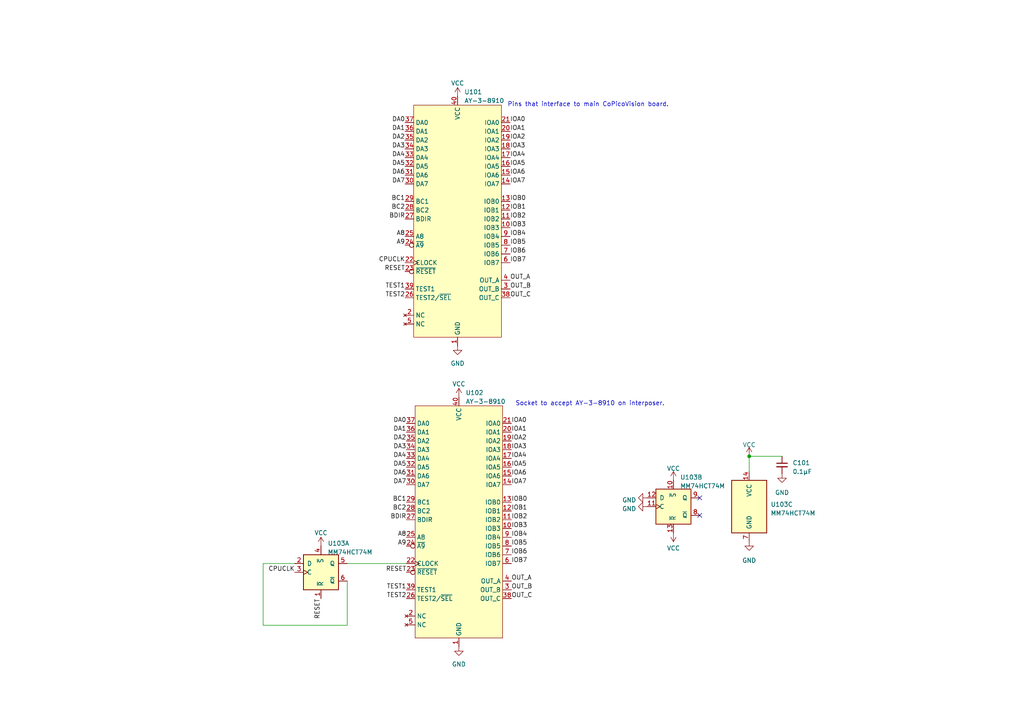
<source format=kicad_sch>
(kicad_sch (version 20230121) (generator eeschema)
  (paper "A4")
  (title_block (title "CoPicoVision AY-3-8910 clock fix interposer") (date "2024-12-31") (rev "1.0") (company "(c) 2024 Jason R. Thorpe.  See LICENSE."))
  (lib_symbols
    (symbol "74xx:74HC74" (pin_names (offset 1.016))
      (property "Reference" "U" (at -7.62 8.89 0))
      (property "Value" "74HC74" (at -7.62 -8.89 0))
      (symbol "74HC74_1_0"
        (pin input line (at 0 -7.62 90) (length 2.54) (name "~{R}") (number "1"))
        (pin input line (at -7.62 2.54 0) (length 2.54) (name "D") (number "2"))
        (pin input clock (at -7.62 0 0) (length 2.54) (name "C") (number "3"))
        (pin input line (at 0 7.62 270) (length 2.54) (name "~{S}") (number "4"))
        (pin output line (at 7.62 2.54 180) (length 2.54) (name "Q") (number "5"))
        (pin output line (at 7.62 -2.54 180) (length 2.54) (name "~{Q}") (number "6"))
      )
      (symbol "74HC74_1_1"
        (rectangle (start -5.08 5.08) (end 5.08 -5.08) (stroke (width 0.254)) (fill (type background)))
      )
      (symbol "74HC74_2_0"
        (pin input line (at 0 7.62 270) (length 2.54) (name "~{S}") (number "10"))
        (pin input clock (at -7.62 0 0) (length 2.54) (name "C") (number "11"))
        (pin input line (at -7.62 2.54 0) (length 2.54) (name "D") (number "12"))
        (pin input line (at 0 -7.62 90) (length 2.54) (name "~{R}") (number "13"))
        (pin output line (at 7.62 -2.54 180) (length 2.54) (name "~{Q}") (number "8"))
        (pin output line (at 7.62 2.54 180) (length 2.54) (name "Q") (number "9"))
      )
      (symbol "74HC74_2_1"
        (rectangle (start -5.08 5.08) (end 5.08 -5.08) (stroke (width 0.254)) (fill (type background)))
      )
      (symbol "74HC74_3_0"
        (pin power_in line (at 0 10.16 270) (length 2.54) (name "VCC") (number "14"))
        (pin power_in line (at 0 -10.16 90) (length 2.54) (name "GND") (number "7"))
      )
      (symbol "74HC74_3_1"
        (rectangle (start -5.08 7.62) (end 5.08 -7.62) (stroke (width 0.254)) (fill (type background)))
      )
    )
    (symbol "Device:C_Small" (pin_numbers hide) (pin_names (offset 0.254) hide)
      (property "Reference" "C" (at 0.254 1.778 0))
      (property "Value" "C_Small" (at 0.254 -2.032 0))
      (symbol "C_Small_0_1"
        (polyline (pts (xy -1.524 -0.508) (xy 1.524 -0.508)) (stroke (width 0.3302)))
        (polyline (pts (xy -1.524 0.508) (xy 1.524 0.508)) (stroke (width 0.3048)))
      )
      (symbol "C_Small_1_1"
        (pin passive line (at 0 2.54 270) (length 2.032) (name "~") (number "1"))
        (pin passive line (at 0 -2.54 90) (length 2.032) (name "~") (number "2"))
      )
    )
    (symbol "jrt-ICs:AY-3-8910"
      (property "Reference" "U" (at 8.89 7.62 0))
      (property "Value" "AY-3-8910" (at 8.89 5.08 0))
      (symbol "AY-3-8910_1_1"
        (rectangle (start -12.7 0) (end 12.7 -67.31) (fill (type background)))
        (pin power_in line (at 0 -69.85 90) (length 2.54) (name "GND") (number "1"))
        (pin bidirectional line (at 15.24 -35.56 180) (length 2.54) (name "IOB3") (number "10"))
        (pin bidirectional line (at 15.24 -33.02 180) (length 2.54) (name "IOB2") (number "11"))
        (pin bidirectional line (at 15.24 -30.48 180) (length 2.54) (name "IOB1") (number "12"))
        (pin bidirectional line (at 15.24 -27.94 180) (length 2.54) (name "IOB0") (number "13"))
        (pin bidirectional line (at 15.24 -22.86 180) (length 2.54) (name "IOA7") (number "14"))
        (pin bidirectional line (at 15.24 -20.32 180) (length 2.54) (name "IOA6") (number "15"))
        (pin bidirectional line (at 15.24 -17.78 180) (length 2.54) (name "IOA5") (number "16"))
        (pin bidirectional line (at 15.24 -15.24 180) (length 2.54) (name "IOA4") (number "17"))
        (pin bidirectional line (at 15.24 -12.7 180) (length 2.54) (name "IOA3") (number "18"))
        (pin bidirectional line (at 15.24 -10.16 180) (length 2.54) (name "IOA2") (number "19"))
        (pin no_connect line (at -15.24 -60.96 0) (length 2.54) (name "NC") (number "2"))
        (pin bidirectional line (at 15.24 -7.62 180) (length 2.54) (name "IOA1") (number "20"))
        (pin bidirectional line (at 15.24 -5.08 180) (length 2.54) (name "IOA0") (number "21"))
        (pin input clock (at -15.24 -45.72 0) (length 2.54) (name "CLOCK") (number "22"))
        (pin input inverted (at -15.24 -48.26 0) (length 2.54) (name "~{RESET}") (number "23"))
        (pin input inverted (at -15.24 -40.64 0) (length 2.54) (name "~{A9}") (number "24"))
        (pin input line (at -15.24 -38.1 0) (length 2.54) (name "A8") (number "25"))
        (pin input line (at -15.24 -55.88 0) (length 2.54) (name "TEST2/~{SEL}") (number "26"))
        (pin input line (at -15.24 -33.02 0) (length 2.54) (name "BDIR") (number "27"))
        (pin input line (at -15.24 -30.48 0) (length 2.54) (name "BC2") (number "28"))
        (pin input line (at -15.24 -27.94 0) (length 2.54) (name "BC1") (number "29"))
        (pin output line (at 15.24 -53.34 180) (length 2.54) (name "OUT_B") (number "3"))
        (pin bidirectional line (at -15.24 -22.86 0) (length 2.54) (name "DA7") (number "30"))
        (pin bidirectional line (at -15.24 -20.32 0) (length 2.54) (name "DA6") (number "31"))
        (pin bidirectional line (at -15.24 -17.78 0) (length 2.54) (name "DA5") (number "32"))
        (pin bidirectional line (at -15.24 -15.24 0) (length 2.54) (name "DA4") (number "33"))
        (pin bidirectional line (at -15.24 -12.7 0) (length 2.54) (name "DA3") (number "34"))
        (pin bidirectional line (at -15.24 -10.16 0) (length 2.54) (name "DA2") (number "35"))
        (pin bidirectional line (at -15.24 -7.62 0) (length 2.54) (name "DA1") (number "36"))
        (pin bidirectional line (at -15.24 -5.08 0) (length 2.54) (name "DA0") (number "37"))
        (pin output line (at 15.24 -55.88 180) (length 2.54) (name "OUT_C") (number "38"))
        (pin input line (at -15.24 -53.34 0) (length 2.54) (name "TEST1") (number "39"))
        (pin output line (at 15.24 -50.8 180) (length 2.54) (name "OUT_A") (number "4"))
        (pin power_in line (at 0 2.54 270) (length 2.54) (name "VCC") (number "40"))
        (pin no_connect line (at -15.24 -63.5 0) (length 2.54) (name "NC") (number "5"))
        (pin bidirectional line (at 15.24 -45.72 180) (length 2.54) (name "IOB7") (number "6"))
        (pin bidirectional line (at 15.24 -43.18 180) (length 2.54) (name "IOB6") (number "7"))
        (pin bidirectional line (at 15.24 -40.64 180) (length 2.54) (name "IOB5") (number "8"))
        (pin bidirectional line (at 15.24 -38.1 180) (length 2.54) (name "IOB4") (number "9"))
      )
    )
    (symbol "power:GND" (power) (pin_names (offset 0))
      (property "Value" "GND" (at 0 -3.81 0))
      (symbol "GND_0_1"
        (polyline (pts (xy 0 0) (xy 0 -1.27) (xy 1.27 -1.27) (xy 0 -2.54) (xy -1.27 -1.27) (xy 0 -1.27)))
      )
      (symbol "GND_1_1"
        (pin power_in line (at 0 0 270) (length 0) hide (name "GND") (number "1"))
      )
    )
    (symbol "power:VCC" (power) (pin_names (offset 0))
      (property "Value" "VCC" (at 0 3.81 0))
      (symbol "VCC_0_1"
        (polyline (pts (xy -0.762 1.27) (xy 0 2.54)))
        (polyline (pts (xy 0 0) (xy 0 2.54)))
        (polyline (pts (xy 0 2.54) (xy 0.762 1.27)))
      )
      (symbol "VCC_1_1"
        (pin power_in line (at 0 0 90) (length 0) hide (name "VCC") (number "1"))
      )
    )
  )
  (junction (at 217.297 132.334))
  (no_connect (at 202.946 149.479))
  (no_connect (at 202.946 144.399))
  (wire (pts (xy 100.711 163.449) (xy 117.856 163.449)))
  (wire (pts (xy 217.297 132.334) (xy 226.822 132.334)))
  (wire (pts (xy 100.711 168.529) (xy 100.711 181.356)))
  (wire (pts (xy 217.297 132.334) (xy 217.297 136.779)))
  (wire (pts (xy 100.711 181.356) (xy 76.327 181.356)))
  (wire (pts (xy 76.327 163.449) (xy 85.471 163.449)))
  (wire (pts (xy 76.327 181.356) (xy 76.327 163.449)))
  (text "Socket to accept AY-3-8910 on interposer." (at 149.479 117.856 0) (effects (font (size 1.27 1.27)) (justify left bottom)))
  (text "Pins that interface to main CoPicoVision board." (at 147.193 31.115 0) (effects (font (size 1.27 1.27)) (justify left bottom)))
  (label "IOA5" (at 147.955 48.26 0))
  (label "DA4" (at 117.475 45.72 180))
  (label "DA7" (at 117.856 140.589 180))
  (label "IOB6" (at 147.955 73.66 0))
  (label "BDIR" (at 117.475 63.5 180))
  (label "IOB1" (at 147.955 60.96 0))
  (label "IOB5" (at 148.336 158.369 0))
  (label "IOA1" (at 147.955 38.1 0))
  (label "IOA7" (at 147.955 53.34 0))
  (label "IOB5" (at 147.955 71.12 0))
  (label "IOA6" (at 147.955 50.8 0))
  (label "OUT_A" (at 148.336 168.529 0))
  (label "IOB0" (at 147.955 58.42 0))
  (label "TEST2" (at 117.856 173.609 180))
  (label "RESET" (at 93.091 173.609 270))
  (label "IOA5" (at 148.336 135.509 0))
  (label "OUT_B" (at 147.955 83.82 0))
  (label "IOB2" (at 147.955 63.5 0))
  (label "A9" (at 117.475 71.12 180))
  (label "RESET" (at 117.475 78.74 180))
  (label "IOB3" (at 147.955 66.04 0))
  (label "DA3" (at 117.475 43.18 180))
  (label "IOB3" (at 148.336 153.289 0))
  (label "IOB6" (at 148.336 160.909 0))
  (label "BC1" (at 117.475 58.42 180))
  (label "IOA2" (at 147.955 40.64 0))
  (label "IOB0" (at 148.336 145.669 0))
  (label "IOA4" (at 148.336 132.969 0))
  (label "TEST1" (at 117.856 171.069 180))
  (label "A8" (at 117.475 68.58 180))
  (label "A8" (at 117.856 155.829 180))
  (label "IOA1" (at 148.336 125.349 0))
  (label "BDIR" (at 117.856 150.749 180))
  (label "RESET" (at 117.856 165.989 180))
  (label "OUT_A" (at 147.955 81.28 0))
  (label "OUT_C" (at 148.336 173.609 0))
  (label "IOB4" (at 148.336 155.829 0))
  (label "DA0" (at 117.475 35.56 180))
  (label "DA5" (at 117.856 135.509 180))
  (label "DA3" (at 117.856 130.429 180))
  (label "IOB4" (at 147.955 68.58 0))
  (label "TEST2" (at 117.475 86.36 180))
  (label "IOB1" (at 148.336 148.209 0))
  (label "OUT_C" (at 147.955 86.36 0))
  (label "IOA3" (at 148.336 130.429 0))
  (label "DA7" (at 117.475 53.34 180))
  (label "CPUCLK" (at 117.475 76.2 180))
  (label "DA0" (at 117.856 122.809 180))
  (label "DA6" (at 117.856 138.049 180))
  (label "IOB2" (at 148.336 150.749 0))
  (label "BC2" (at 117.475 60.96 180))
  (label "IOB7" (at 148.336 163.449 0))
  (label "BC2" (at 117.856 148.209 180))
  (label "DA5" (at 117.475 48.26 180))
  (label "IOA0" (at 147.955 35.56 0))
  (label "BC1" (at 117.856 145.669 180))
  (label "DA1" (at 117.856 125.349 180))
  (label "DA4" (at 117.856 132.969 180))
  (label "TEST1" (at 117.475 83.82 180))
  (label "IOA7" (at 148.336 140.589 0))
  (label "DA6" (at 117.475 50.8 180))
  (label "IOB7" (at 147.955 76.2 0))
  (label "A9" (at 117.856 158.369 180))
  (label "DA2" (at 117.475 40.64 180))
  (label "CPUCLK" (at 85.471 165.989 180))
  (label "IOA4" (at 147.955 45.72 0))
  (label "DA1" (at 117.475 38.1 180))
  (label "DA2" (at 117.856 127.889 180))
  (label "IOA6" (at 148.336 138.049 0))
  (label "IOA0" (at 148.336 122.809 0))
  (label "OUT_B" (at 148.336 171.069 0))
  (label "IOA2" (at 148.336 127.889 0))
  (label "IOA3" (at 147.955 43.18 0))
  (symbol (lib_id "power:GND") (at 226.822 137.414 0) (unit 1)
    (property "Reference" "#PWR0112" (effects hide))
    (property "Value" "GND" (at 226.822 142.875 0))
  )
  (symbol (lib_id "power:VCC") (at 195.326 154.559 180) (unit 1)
    (property "Reference" "#PWR0107" (effects hide))
    (property "Value" "VCC" (at 195.326 159.004 0))
  )
  (symbol (lib_id "power:VCC") (at 133.096 115.189 0) (unit 1)
    (property "Reference" "#PWR0103" (effects hide))
    (property "Value" "VCC" (at 133.096 111.379 0))
  )
  (symbol (lib_id "Device:C_Small") (at 226.822 134.874 0) (unit 1)
    (property "Reference" "C101" (at 229.87 134.2453 0) (effects (justify left)))
    (property "Value" "0.1µF" (at 229.87 136.7853 0) (effects (justify left)))
    (property "Footprint" "Capacitor_SMD:C_0805_2012Metric_Pad1.18x1.45mm_HandSolder" (effects hide))
  )
  (symbol (lib_id "power:VCC") (at 217.297 132.334 0) (unit 1)
    (property "Reference" "#PWR0111" (effects hide))
    (property "Value" "VCC" (at 217.297 129.032 0))
  )
  (symbol (lib_id "power:VCC") (at 132.715 27.94 0) (unit 1)
    (property "Reference" "#PWR0101" (effects hide))
    (property "Value" "VCC" (at 132.715 24.13 0))
  )
  (symbol (lib_id "74xx:74HC74") (at 93.091 165.989 0) (unit 1)
    (property "Reference" "U103" (at 95.0469 157.607 0) (effects (justify left)))
    (property "Value" "MM74HCT74M" (at 95.0469 160.147 0) (effects (justify left)))
    (property "Footprint" "Package_SO:SOIC-14_3.9x8.7mm_P1.27mm" (effects hide))
    (property "Datasheet" "https://www.mouser.com/datasheet/2/308/1/MM74HCT74_D-2315726.pdf" (effects hide))
    (property "Mouser" "512-MM74HCT74MX" (effects hide))
  )
  (symbol (lib_id "jrt-ICs:AY-3-8910") (at 133.096 117.729 0) (unit 1)
    (property "Reference" "U102" (at 135.0519 113.919 0) (effects (justify left)))
    (property "Value" "AY-3-8910" (at 135.0519 116.459 0) (effects (justify left)))
    (property "Footprint" "Package_DIP:DIP-40_W15.24mm_Socket" (effects hide))
  )
  (symbol (lib_id "74xx:74HC74") (at 217.297 146.939 0) (unit 3)
    (property "Reference" "U103" (at 223.52 146.304 0) (effects (justify left)))
    (property "Value" "MM74HCT74M" (at 223.52 148.844 0) (effects (justify left)))
    (property "Footprint" "Package_SO:SOIC-14_3.9x8.7mm_P1.27mm" (effects hide))
    (property "Datasheet" "https://www.mouser.com/datasheet/2/308/1/MM74HCT74_D-2315726.pdf" (effects hide))
    (property "Mouser" "512-MM74HCT74MX" (effects hide))
  )
  (symbol (lib_id "power:VCC") (at 93.091 158.369 0) (unit 1)
    (property "Reference" "#PWR0105" (effects hide))
    (property "Value" "VCC" (at 93.091 154.559 0))
  )
  (symbol (lib_id "power:VCC") (at 195.326 139.319 0) (unit 1)
    (property "Reference" "#PWR0106" (effects hide))
    (property "Value" "VCC" (at 195.326 135.89 0))
  )
  (symbol (lib_id "power:GND") (at 132.715 100.33 0) (unit 1)
    (property "Reference" "#PWR0102" (effects hide))
    (property "Value" "GND" (at 132.715 105.41 0))
  )
  (symbol (lib_id "power:GND") (at 187.706 146.939 270) (unit 1)
    (property "Reference" "#PWR0108" (effects hide))
    (property "Value" "GND" (at 184.531 147.574 90) (effects (justify right)))
  )
  (symbol (lib_id "jrt-ICs:AY-3-8910") (at 132.715 30.48 0) (unit 1)
    (property "Reference" "U101" (at 134.6709 26.67 0) (effects (justify left)))
    (property "Value" "AY-3-8910" (at 134.6709 29.21 0) (effects (justify left)))
    (property "Footprint" "Package_DIP:DIP-40_W15.24mm" (effects hide))
  )
  (symbol (lib_id "74xx:74HC74") (at 195.326 146.939 0) (unit 2)
    (property "Reference" "U103" (at 197.2819 138.43 0) (effects (justify left)))
    (property "Value" "MM74HCT74M" (at 197.2819 140.97 0) (effects (justify left)))
    (property "Footprint" "Package_SO:SOIC-14_3.9x8.7mm_P1.27mm" (effects hide))
    (property "Datasheet" "https://www.mouser.com/datasheet/2/308/1/MM74HCT74_D-2315726.pdf" (effects hide))
    (property "Mouser" "512-MM74HCT74MX" (effects hide))
  )
  (symbol (lib_id "power:GND") (at 217.297 157.099 0) (unit 1)
    (property "Reference" "#PWR0110" (effects hide))
    (property "Value" "GND" (at 217.297 162.56 0))
  )
  (symbol (lib_id "power:GND") (at 133.096 187.579 0) (unit 1)
    (property "Reference" "#PWR0104" (effects hide))
    (property "Value" "GND" (at 133.096 192.659 0))
  )
  (symbol (lib_id "power:GND") (at 187.706 144.399 270) (unit 1)
    (property "Reference" "#PWR0109" (effects hide))
    (property "Value" "GND" (at 184.531 145.034 90) (effects (justify right)))
  )
)
</source>
